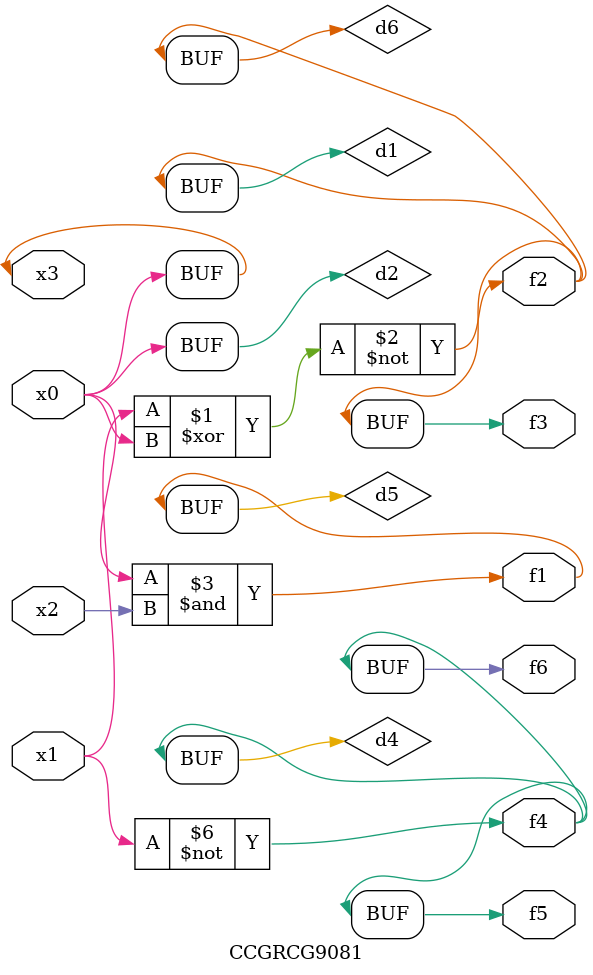
<source format=v>
module CCGRCG9081(
	input x0, x1, x2, x3,
	output f1, f2, f3, f4, f5, f6
);

	wire d1, d2, d3, d4, d5, d6;

	xnor (d1, x1, x3);
	buf (d2, x0, x3);
	nand (d3, x0, x2);
	not (d4, x1);
	nand (d5, d3);
	or (d6, d1);
	assign f1 = d5;
	assign f2 = d6;
	assign f3 = d6;
	assign f4 = d4;
	assign f5 = d4;
	assign f6 = d4;
endmodule

</source>
